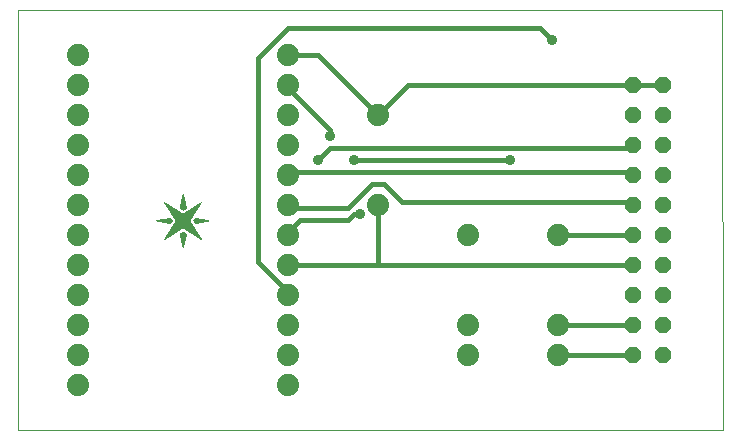
<source format=gtl>
G75*
G70*
%OFA0B0*%
%FSLAX24Y24*%
%IPPOS*%
%LPD*%
%AMOC8*
5,1,8,0,0,1.08239X$1,22.5*
%
%ADD10C,0.0000*%
%ADD11OC8,0.0560*%
%ADD12C,0.0740*%
%ADD13C,0.0010*%
%ADD14C,0.0160*%
%ADD15C,0.0360*%
D10*
X000150Y000150D02*
X000150Y014150D01*
X023642Y014150D01*
X023650Y000150D01*
X000150Y000150D01*
D11*
X020650Y002650D03*
X021650Y002650D03*
X021650Y003650D03*
X020650Y003650D03*
X020650Y004650D03*
X021650Y004650D03*
X021650Y005650D03*
X020650Y005650D03*
X020650Y006650D03*
X021650Y006650D03*
X021650Y007650D03*
X020650Y007650D03*
X020650Y008650D03*
X021650Y008650D03*
X021650Y009650D03*
X020650Y009650D03*
X020650Y010650D03*
X021650Y010650D03*
X021650Y011650D03*
X020650Y011650D03*
D12*
X018150Y006650D03*
X015150Y006650D03*
X012150Y007650D03*
X009150Y007650D03*
X009150Y006650D03*
X009150Y005650D03*
X009150Y004650D03*
X009150Y003650D03*
X009150Y002650D03*
X009150Y001650D03*
X015150Y002650D03*
X015150Y003650D03*
X018150Y003650D03*
X018150Y002650D03*
X009150Y008650D03*
X009150Y009650D03*
X009150Y010650D03*
X009150Y011650D03*
X009150Y012650D03*
X012150Y010650D03*
X002150Y010650D03*
X002150Y009650D03*
X002150Y008650D03*
X002150Y007650D03*
X002150Y006650D03*
X002150Y005650D03*
X002150Y004650D03*
X002150Y003650D03*
X002150Y002650D03*
X002150Y001650D03*
X002150Y011650D03*
X002150Y012650D03*
D13*
X005650Y008030D02*
X005750Y007570D01*
X005650Y007510D01*
X005550Y007570D01*
X005650Y008030D01*
X005650Y008030D01*
X005648Y008021D02*
X005652Y008021D01*
X005654Y008013D02*
X005646Y008013D01*
X005644Y008004D02*
X005656Y008004D01*
X005657Y007996D02*
X005643Y007996D01*
X005641Y007987D02*
X005659Y007987D01*
X005661Y007979D02*
X005639Y007979D01*
X005637Y007970D02*
X005663Y007970D01*
X005665Y007962D02*
X005635Y007962D01*
X005633Y007953D02*
X005667Y007953D01*
X005669Y007945D02*
X005631Y007945D01*
X005630Y007936D02*
X005670Y007936D01*
X005672Y007928D02*
X005628Y007928D01*
X005626Y007919D02*
X005674Y007919D01*
X005676Y007911D02*
X005624Y007911D01*
X005622Y007902D02*
X005678Y007902D01*
X005680Y007894D02*
X005620Y007894D01*
X005619Y007885D02*
X005681Y007885D01*
X005683Y007877D02*
X005617Y007877D01*
X005615Y007868D02*
X005685Y007868D01*
X005687Y007860D02*
X005613Y007860D01*
X005611Y007851D02*
X005689Y007851D01*
X005691Y007843D02*
X005609Y007843D01*
X005607Y007834D02*
X005693Y007834D01*
X005694Y007826D02*
X005606Y007826D01*
X005604Y007817D02*
X005696Y007817D01*
X005698Y007809D02*
X005602Y007809D01*
X005600Y007800D02*
X005700Y007800D01*
X005702Y007792D02*
X005598Y007792D01*
X005596Y007783D02*
X005704Y007783D01*
X005705Y007775D02*
X005595Y007775D01*
X005593Y007766D02*
X005707Y007766D01*
X005709Y007758D02*
X005591Y007758D01*
X005589Y007749D02*
X005711Y007749D01*
X005713Y007741D02*
X005587Y007741D01*
X005585Y007732D02*
X005715Y007732D01*
X005717Y007724D02*
X005583Y007724D01*
X005582Y007715D02*
X005718Y007715D01*
X005720Y007707D02*
X005580Y007707D01*
X005578Y007698D02*
X005722Y007698D01*
X005724Y007690D02*
X005576Y007690D01*
X005574Y007681D02*
X005726Y007681D01*
X005728Y007673D02*
X005572Y007673D01*
X005570Y007664D02*
X005730Y007664D01*
X005731Y007656D02*
X005569Y007656D01*
X005567Y007647D02*
X005733Y007647D01*
X005735Y007639D02*
X005565Y007639D01*
X005563Y007630D02*
X005737Y007630D01*
X005739Y007622D02*
X005561Y007622D01*
X005559Y007613D02*
X005741Y007613D01*
X005742Y007605D02*
X005558Y007605D01*
X005556Y007596D02*
X005744Y007596D01*
X005746Y007588D02*
X005554Y007588D01*
X005552Y007579D02*
X005748Y007579D01*
X005750Y007571D02*
X005550Y007571D01*
X005563Y007562D02*
X005737Y007562D01*
X005723Y007554D02*
X005577Y007554D01*
X005591Y007545D02*
X005709Y007545D01*
X005695Y007537D02*
X005605Y007537D01*
X005620Y007528D02*
X005680Y007528D01*
X005666Y007520D02*
X005634Y007520D01*
X005648Y007511D02*
X005652Y007511D01*
X005710Y007409D02*
X006031Y007409D01*
X006026Y007401D02*
X005697Y007401D01*
X005684Y007392D02*
X006021Y007392D01*
X006016Y007384D02*
X005671Y007384D01*
X005658Y007375D02*
X006010Y007375D01*
X006005Y007367D02*
X005283Y007367D01*
X005277Y007375D02*
X005642Y007375D01*
X005650Y007370D02*
X005040Y007750D01*
X005420Y007150D01*
X005040Y006530D01*
X005650Y006930D01*
X006270Y006520D01*
X005870Y007150D01*
X006250Y007760D01*
X005650Y007370D01*
X005628Y007384D02*
X005272Y007384D01*
X005267Y007392D02*
X005614Y007392D01*
X005601Y007401D02*
X005261Y007401D01*
X005256Y007409D02*
X005587Y007409D01*
X005573Y007418D02*
X005250Y007418D01*
X005245Y007426D02*
X005560Y007426D01*
X005546Y007435D02*
X005240Y007435D01*
X005234Y007443D02*
X005532Y007443D01*
X005519Y007452D02*
X005229Y007452D01*
X005224Y007460D02*
X005505Y007460D01*
X005492Y007469D02*
X005218Y007469D01*
X005213Y007477D02*
X005478Y007477D01*
X005464Y007486D02*
X005207Y007486D01*
X005202Y007494D02*
X005451Y007494D01*
X005437Y007503D02*
X005197Y007503D01*
X005191Y007511D02*
X005423Y007511D01*
X005410Y007520D02*
X005186Y007520D01*
X005180Y007528D02*
X005396Y007528D01*
X005382Y007537D02*
X005175Y007537D01*
X005170Y007545D02*
X005369Y007545D01*
X005355Y007554D02*
X005164Y007554D01*
X005159Y007562D02*
X005341Y007562D01*
X005328Y007571D02*
X005154Y007571D01*
X005148Y007579D02*
X005314Y007579D01*
X005301Y007588D02*
X005143Y007588D01*
X005137Y007596D02*
X005287Y007596D01*
X005273Y007605D02*
X005132Y007605D01*
X005127Y007613D02*
X005260Y007613D01*
X005246Y007622D02*
X005121Y007622D01*
X005116Y007630D02*
X005232Y007630D01*
X005219Y007639D02*
X005110Y007639D01*
X005105Y007647D02*
X005205Y007647D01*
X005191Y007656D02*
X005100Y007656D01*
X005094Y007664D02*
X005178Y007664D01*
X005164Y007673D02*
X005089Y007673D01*
X005084Y007681D02*
X005150Y007681D01*
X005137Y007690D02*
X005078Y007690D01*
X005073Y007698D02*
X005123Y007698D01*
X005109Y007707D02*
X005067Y007707D01*
X005062Y007715D02*
X005096Y007715D01*
X005082Y007724D02*
X005057Y007724D01*
X005051Y007732D02*
X005069Y007732D01*
X005055Y007741D02*
X005046Y007741D01*
X005041Y007749D02*
X005040Y007749D01*
X005288Y007358D02*
X006000Y007358D01*
X005994Y007350D02*
X005294Y007350D01*
X005299Y007341D02*
X005989Y007341D01*
X005984Y007333D02*
X005304Y007333D01*
X005310Y007324D02*
X005979Y007324D01*
X005973Y007316D02*
X005315Y007316D01*
X005320Y007307D02*
X005968Y007307D01*
X005963Y007299D02*
X005326Y007299D01*
X005331Y007290D02*
X005957Y007290D01*
X005952Y007282D02*
X005337Y007282D01*
X005342Y007273D02*
X005947Y007273D01*
X005941Y007265D02*
X005347Y007265D01*
X005353Y007256D02*
X005936Y007256D01*
X005931Y007248D02*
X005358Y007248D01*
X005364Y007239D02*
X005926Y007239D01*
X005920Y007231D02*
X005369Y007231D01*
X005374Y007222D02*
X005915Y007222D01*
X005910Y007214D02*
X005380Y007214D01*
X005385Y007205D02*
X005904Y007205D01*
X005899Y007197D02*
X005390Y007197D01*
X005396Y007188D02*
X005894Y007188D01*
X005889Y007180D02*
X005401Y007180D01*
X005407Y007171D02*
X005883Y007171D01*
X005878Y007163D02*
X005412Y007163D01*
X005417Y007154D02*
X005873Y007154D01*
X005873Y007146D02*
X005417Y007146D01*
X005412Y007137D02*
X005878Y007137D01*
X005884Y007129D02*
X005407Y007129D01*
X005402Y007120D02*
X005889Y007120D01*
X005894Y007112D02*
X005397Y007112D01*
X005391Y007103D02*
X005900Y007103D01*
X005905Y007095D02*
X005386Y007095D01*
X005381Y007086D02*
X005911Y007086D01*
X005916Y007078D02*
X005376Y007078D01*
X005370Y007069D02*
X005921Y007069D01*
X005927Y007061D02*
X005365Y007061D01*
X005360Y007052D02*
X005932Y007052D01*
X005937Y007044D02*
X005355Y007044D01*
X005350Y007035D02*
X005943Y007035D01*
X005948Y007027D02*
X005344Y007027D01*
X005339Y007018D02*
X005954Y007018D01*
X005959Y007010D02*
X005334Y007010D01*
X005329Y007001D02*
X005964Y007001D01*
X005970Y006993D02*
X005324Y006993D01*
X005318Y006984D02*
X005975Y006984D01*
X005981Y006976D02*
X005313Y006976D01*
X005308Y006967D02*
X005986Y006967D01*
X005991Y006959D02*
X005303Y006959D01*
X005298Y006950D02*
X005997Y006950D01*
X006002Y006942D02*
X005292Y006942D01*
X005287Y006933D02*
X006008Y006933D01*
X006013Y006925D02*
X005658Y006925D01*
X005671Y006916D02*
X006018Y006916D01*
X006024Y006908D02*
X005684Y006908D01*
X005697Y006899D02*
X006029Y006899D01*
X006035Y006891D02*
X005709Y006891D01*
X005722Y006882D02*
X006040Y006882D01*
X006045Y006874D02*
X005735Y006874D01*
X005748Y006865D02*
X006051Y006865D01*
X006056Y006857D02*
X005761Y006857D01*
X005774Y006848D02*
X006062Y006848D01*
X006067Y006840D02*
X005787Y006840D01*
X005799Y006831D02*
X006072Y006831D01*
X006078Y006823D02*
X005812Y006823D01*
X005825Y006814D02*
X006083Y006814D01*
X006089Y006806D02*
X005838Y006806D01*
X005851Y006797D02*
X006094Y006797D01*
X006099Y006789D02*
X005864Y006789D01*
X005877Y006780D02*
X006105Y006780D01*
X006110Y006772D02*
X005889Y006772D01*
X005902Y006763D02*
X006116Y006763D01*
X006121Y006755D02*
X005915Y006755D01*
X005928Y006746D02*
X006126Y006746D01*
X006132Y006738D02*
X005941Y006738D01*
X005954Y006729D02*
X006137Y006729D01*
X006143Y006721D02*
X005967Y006721D01*
X005979Y006712D02*
X006148Y006712D01*
X006153Y006704D02*
X005992Y006704D01*
X006005Y006695D02*
X006159Y006695D01*
X006164Y006687D02*
X006018Y006687D01*
X006031Y006678D02*
X006170Y006678D01*
X006175Y006670D02*
X006044Y006670D01*
X006056Y006661D02*
X006180Y006661D01*
X006186Y006653D02*
X006069Y006653D01*
X006082Y006644D02*
X006191Y006644D01*
X006197Y006636D02*
X006095Y006636D01*
X006108Y006627D02*
X006202Y006627D01*
X006207Y006619D02*
X006121Y006619D01*
X006134Y006610D02*
X006213Y006610D01*
X006218Y006602D02*
X006146Y006602D01*
X006159Y006593D02*
X006224Y006593D01*
X006229Y006585D02*
X006172Y006585D01*
X006185Y006576D02*
X006234Y006576D01*
X006240Y006568D02*
X006198Y006568D01*
X006211Y006559D02*
X006245Y006559D01*
X006251Y006551D02*
X006224Y006551D01*
X006236Y006542D02*
X006256Y006542D01*
X006261Y006534D02*
X006249Y006534D01*
X006262Y006525D02*
X006267Y006525D01*
X005735Y006644D02*
X005565Y006644D01*
X005567Y006636D02*
X005733Y006636D01*
X005731Y006627D02*
X005569Y006627D01*
X005571Y006619D02*
X005729Y006619D01*
X005727Y006610D02*
X005573Y006610D01*
X005575Y006602D02*
X005725Y006602D01*
X005723Y006593D02*
X005577Y006593D01*
X005578Y006585D02*
X005722Y006585D01*
X005720Y006576D02*
X005580Y006576D01*
X005582Y006568D02*
X005718Y006568D01*
X005716Y006559D02*
X005584Y006559D01*
X005586Y006551D02*
X005714Y006551D01*
X005712Y006542D02*
X005588Y006542D01*
X005590Y006534D02*
X005710Y006534D01*
X005708Y006525D02*
X005592Y006525D01*
X005594Y006517D02*
X005706Y006517D01*
X005704Y006508D02*
X005596Y006508D01*
X005598Y006500D02*
X005702Y006500D01*
X005700Y006491D02*
X005600Y006491D01*
X005602Y006483D02*
X005698Y006483D01*
X005696Y006474D02*
X005604Y006474D01*
X005606Y006466D02*
X005694Y006466D01*
X005693Y006457D02*
X005607Y006457D01*
X005609Y006449D02*
X005691Y006449D01*
X005689Y006440D02*
X005611Y006440D01*
X005613Y006432D02*
X005687Y006432D01*
X005685Y006423D02*
X005615Y006423D01*
X005617Y006415D02*
X005683Y006415D01*
X005681Y006406D02*
X005619Y006406D01*
X005621Y006398D02*
X005679Y006398D01*
X005677Y006389D02*
X005623Y006389D01*
X005625Y006381D02*
X005675Y006381D01*
X005673Y006372D02*
X005627Y006372D01*
X005629Y006364D02*
X005671Y006364D01*
X005669Y006355D02*
X005631Y006355D01*
X005633Y006347D02*
X005667Y006347D01*
X005665Y006338D02*
X005635Y006338D01*
X005636Y006330D02*
X005664Y006330D01*
X005662Y006321D02*
X005638Y006321D01*
X005640Y006313D02*
X005660Y006313D01*
X005658Y006304D02*
X005642Y006304D01*
X005644Y006296D02*
X005656Y006296D01*
X005654Y006287D02*
X005646Y006287D01*
X005648Y006279D02*
X005652Y006279D01*
X005650Y006270D02*
X005650Y006270D01*
X005750Y006710D01*
X005650Y006780D01*
X005550Y006710D01*
X005650Y006270D01*
X005110Y006576D02*
X005068Y006576D01*
X005063Y006568D02*
X005097Y006568D01*
X005085Y006559D02*
X005058Y006559D01*
X005053Y006551D02*
X005072Y006551D01*
X005059Y006542D02*
X005047Y006542D01*
X005046Y006534D02*
X005042Y006534D01*
X005074Y006585D02*
X005123Y006585D01*
X005136Y006593D02*
X005079Y006593D01*
X005084Y006602D02*
X005149Y006602D01*
X005162Y006610D02*
X005089Y006610D01*
X005094Y006619D02*
X005175Y006619D01*
X005188Y006627D02*
X005100Y006627D01*
X005105Y006636D02*
X005201Y006636D01*
X005214Y006644D02*
X005110Y006644D01*
X005115Y006653D02*
X005227Y006653D01*
X005240Y006661D02*
X005120Y006661D01*
X005126Y006670D02*
X005253Y006670D01*
X005266Y006678D02*
X005131Y006678D01*
X005136Y006687D02*
X005279Y006687D01*
X005292Y006695D02*
X005141Y006695D01*
X005146Y006704D02*
X005305Y006704D01*
X005318Y006712D02*
X005152Y006712D01*
X005157Y006721D02*
X005331Y006721D01*
X005344Y006729D02*
X005162Y006729D01*
X005167Y006738D02*
X005357Y006738D01*
X005370Y006746D02*
X005173Y006746D01*
X005178Y006755D02*
X005383Y006755D01*
X005396Y006763D02*
X005183Y006763D01*
X005188Y006772D02*
X005409Y006772D01*
X005422Y006780D02*
X005193Y006780D01*
X005199Y006789D02*
X005435Y006789D01*
X005447Y006797D02*
X005204Y006797D01*
X005209Y006806D02*
X005460Y006806D01*
X005473Y006814D02*
X005214Y006814D01*
X005219Y006823D02*
X005486Y006823D01*
X005499Y006831D02*
X005225Y006831D01*
X005230Y006840D02*
X005512Y006840D01*
X005525Y006848D02*
X005235Y006848D01*
X005240Y006857D02*
X005538Y006857D01*
X005551Y006865D02*
X005245Y006865D01*
X005251Y006874D02*
X005564Y006874D01*
X005577Y006882D02*
X005256Y006882D01*
X005261Y006891D02*
X005590Y006891D01*
X005603Y006899D02*
X005266Y006899D01*
X005271Y006908D02*
X005616Y006908D01*
X005629Y006916D02*
X005277Y006916D01*
X005282Y006925D02*
X005642Y006925D01*
X005638Y006772D02*
X005662Y006772D01*
X005674Y006763D02*
X005626Y006763D01*
X005614Y006755D02*
X005686Y006755D01*
X005698Y006746D02*
X005602Y006746D01*
X005590Y006738D02*
X005710Y006738D01*
X005723Y006729D02*
X005577Y006729D01*
X005565Y006721D02*
X005735Y006721D01*
X005747Y006712D02*
X005553Y006712D01*
X005551Y006704D02*
X005749Y006704D01*
X005747Y006695D02*
X005553Y006695D01*
X005555Y006687D02*
X005745Y006687D01*
X005743Y006678D02*
X005557Y006678D01*
X005559Y006670D02*
X005741Y006670D01*
X005739Y006661D02*
X005561Y006661D01*
X005563Y006653D02*
X005737Y006653D01*
X006070Y007060D02*
X006510Y007150D01*
X006070Y007240D01*
X006010Y007150D01*
X006070Y007060D01*
X006070Y007061D02*
X006073Y007061D01*
X006064Y007069D02*
X006115Y007069D01*
X006157Y007078D02*
X006058Y007078D01*
X006053Y007086D02*
X006198Y007086D01*
X006240Y007095D02*
X006047Y007095D01*
X006041Y007103D02*
X006281Y007103D01*
X006323Y007112D02*
X006036Y007112D01*
X006030Y007120D02*
X006364Y007120D01*
X006406Y007129D02*
X006024Y007129D01*
X006019Y007137D02*
X006447Y007137D01*
X006448Y007163D02*
X006018Y007163D01*
X006013Y007154D02*
X006489Y007154D01*
X006489Y007146D02*
X006013Y007146D01*
X006024Y007171D02*
X006406Y007171D01*
X006365Y007180D02*
X006030Y007180D01*
X006035Y007188D02*
X006323Y007188D01*
X006282Y007197D02*
X006041Y007197D01*
X006047Y007205D02*
X006240Y007205D01*
X006199Y007214D02*
X006052Y007214D01*
X006058Y007222D02*
X006157Y007222D01*
X006115Y007231D02*
X006064Y007231D01*
X006069Y007239D02*
X006074Y007239D01*
X006037Y007418D02*
X005723Y007418D01*
X005736Y007426D02*
X006042Y007426D01*
X006047Y007435D02*
X005750Y007435D01*
X005763Y007443D02*
X006053Y007443D01*
X006058Y007452D02*
X005776Y007452D01*
X005789Y007460D02*
X006063Y007460D01*
X006069Y007469D02*
X005802Y007469D01*
X005815Y007477D02*
X006074Y007477D01*
X006079Y007486D02*
X005828Y007486D01*
X005841Y007494D02*
X006084Y007494D01*
X006090Y007503D02*
X005854Y007503D01*
X005867Y007511D02*
X006095Y007511D01*
X006100Y007520D02*
X005880Y007520D01*
X005893Y007528D02*
X006106Y007528D01*
X006111Y007537D02*
X005906Y007537D01*
X005920Y007545D02*
X006116Y007545D01*
X006121Y007554D02*
X005933Y007554D01*
X005946Y007562D02*
X006127Y007562D01*
X006132Y007571D02*
X005959Y007571D01*
X005972Y007579D02*
X006137Y007579D01*
X006143Y007588D02*
X005985Y007588D01*
X005998Y007596D02*
X006148Y007596D01*
X006153Y007605D02*
X006011Y007605D01*
X006024Y007613D02*
X006159Y007613D01*
X006164Y007622D02*
X006037Y007622D01*
X006050Y007630D02*
X006169Y007630D01*
X006174Y007639D02*
X006063Y007639D01*
X006076Y007647D02*
X006180Y007647D01*
X006185Y007656D02*
X006090Y007656D01*
X006103Y007664D02*
X006190Y007664D01*
X006196Y007673D02*
X006116Y007673D01*
X006129Y007681D02*
X006201Y007681D01*
X006206Y007690D02*
X006142Y007690D01*
X006155Y007698D02*
X006212Y007698D01*
X006217Y007707D02*
X006168Y007707D01*
X006181Y007715D02*
X006222Y007715D01*
X006227Y007724D02*
X006194Y007724D01*
X006207Y007732D02*
X006233Y007732D01*
X006238Y007741D02*
X006220Y007741D01*
X006233Y007749D02*
X006243Y007749D01*
X006246Y007758D02*
X006249Y007758D01*
X005290Y007150D02*
X005230Y007240D01*
X004770Y007150D01*
X005230Y007060D01*
X005290Y007150D01*
X005287Y007154D02*
X004791Y007154D01*
X004792Y007146D02*
X005287Y007146D01*
X005281Y007137D02*
X004835Y007137D01*
X004835Y007163D02*
X005282Y007163D01*
X005276Y007171D02*
X004878Y007171D01*
X004879Y007129D02*
X005276Y007129D01*
X005270Y007120D02*
X004922Y007120D01*
X004966Y007112D02*
X005264Y007112D01*
X005259Y007103D02*
X005009Y007103D01*
X005053Y007095D02*
X005253Y007095D01*
X005247Y007086D02*
X005096Y007086D01*
X005140Y007078D02*
X005242Y007078D01*
X005236Y007069D02*
X005183Y007069D01*
X005226Y007061D02*
X005230Y007061D01*
X005270Y007180D02*
X004922Y007180D01*
X004965Y007188D02*
X005265Y007188D01*
X005259Y007197D02*
X005009Y007197D01*
X005052Y007205D02*
X005253Y007205D01*
X005248Y007214D02*
X005096Y007214D01*
X005139Y007222D02*
X005242Y007222D01*
X005236Y007231D02*
X005182Y007231D01*
X005226Y007239D02*
X005231Y007239D01*
D14*
X008150Y005750D02*
X009150Y004750D01*
X009150Y004650D01*
X009150Y005650D02*
X012150Y005650D01*
X012150Y007650D01*
X011550Y007350D02*
X011350Y007350D01*
X011150Y007150D01*
X009550Y007150D01*
X009150Y006750D01*
X009150Y006650D01*
X009150Y007550D02*
X009150Y007650D01*
X009150Y007550D02*
X011150Y007550D01*
X011950Y008350D01*
X012350Y008350D01*
X012950Y007750D01*
X020550Y007750D01*
X020650Y007650D01*
X020650Y006650D02*
X018150Y006650D01*
X020650Y005650D02*
X012150Y005650D01*
X008150Y005750D02*
X008150Y012550D01*
X009150Y013550D01*
X017550Y013550D01*
X017950Y013150D01*
X020650Y011650D02*
X013150Y011650D01*
X012150Y010650D01*
X010150Y012650D01*
X009150Y012650D01*
X009150Y011650D02*
X009150Y011550D01*
X010550Y010150D01*
X010550Y009950D01*
X010550Y009550D02*
X010150Y009150D01*
X010550Y009550D02*
X020550Y009550D01*
X020650Y009650D01*
X020550Y008750D02*
X020650Y008650D01*
X020550Y008750D02*
X009150Y008750D01*
X009150Y008650D01*
X011350Y009150D02*
X016550Y009150D01*
X020650Y011650D02*
X021650Y011650D01*
X020650Y003650D02*
X018150Y003650D01*
X018150Y002650D02*
X020650Y002650D01*
D15*
X011550Y007350D03*
X011350Y009150D03*
X010150Y009150D03*
X010550Y009950D03*
X016550Y009150D03*
X017950Y013150D03*
M02*

</source>
